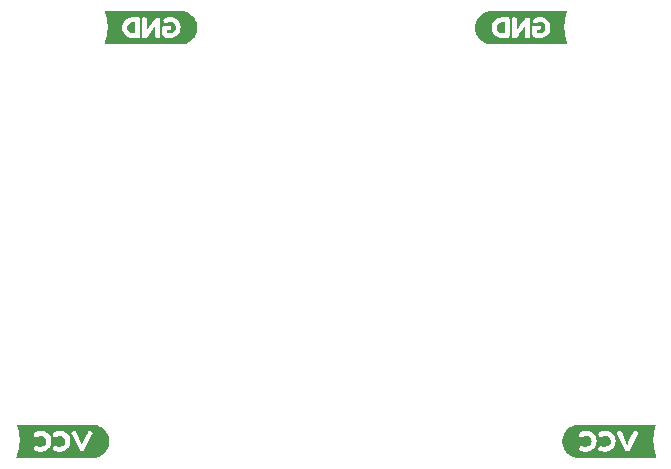
<source format=gbo>
G04 #@! TF.GenerationSoftware,KiCad,Pcbnew,(6.0.5-0)*
G04 #@! TF.CreationDate,2022-07-08T12:27:37+02:00*
G04 #@! TF.ProjectId,add-on-template,6164642d-6f6e-42d7-9465-6d706c617465,1.0*
G04 #@! TF.SameCoordinates,PX3938700PY2aea540*
G04 #@! TF.FileFunction,Legend,Bot*
G04 #@! TF.FilePolarity,Positive*
%FSLAX46Y46*%
G04 Gerber Fmt 4.6, Leading zero omitted, Abs format (unit mm)*
G04 Created by KiCad (PCBNEW (6.0.5-0)) date 2022-07-08 12:27:37*
%MOMM*%
%LPD*%
G01*
G04 APERTURE LIST*
%ADD10C,1.727200*%
%ADD11C,0.800000*%
%ADD12C,6.400000*%
G04 APERTURE END LIST*
G04 #@! TO.C,kibuzzard-62B8371F*
G36*
X49266442Y-5502438D02*
G01*
X49035461Y-5502438D01*
X48872345Y-5470588D01*
X48725899Y-5375041D01*
X48622314Y-5231273D01*
X48587786Y-5054763D01*
X48621421Y-4877657D01*
X48722327Y-4732103D01*
X48868476Y-4634770D01*
X49037842Y-4602325D01*
X49266442Y-4602325D01*
X49266442Y-5502438D01*
G37*
G36*
X48027633Y-6455940D02*
G01*
X47890494Y-6435597D01*
X47756009Y-6401910D01*
X47625473Y-6355204D01*
X47500144Y-6295928D01*
X47381229Y-6224653D01*
X47269872Y-6142065D01*
X47167147Y-6048960D01*
X47074042Y-5946234D01*
X46991454Y-5834878D01*
X46920179Y-5715962D01*
X46860903Y-5590633D01*
X46814196Y-5460097D01*
X46780509Y-5325612D01*
X46760167Y-5188473D01*
X46753364Y-5050000D01*
X46753773Y-5041666D01*
X48166305Y-5041666D01*
X48182304Y-5216762D01*
X48230301Y-5378910D01*
X48310296Y-5528110D01*
X48422289Y-5664363D01*
X48557053Y-5777918D01*
X48705360Y-5859030D01*
X48867211Y-5907696D01*
X49042605Y-5923919D01*
X49478374Y-5923919D01*
X49596245Y-5909036D01*
X49659349Y-5864388D01*
X49687031Y-5716750D01*
X49878424Y-5716750D01*
X49881995Y-5800094D01*
X49904617Y-5862006D01*
X49967720Y-5910227D01*
X50090355Y-5926300D01*
X50218942Y-5912013D01*
X50278474Y-5866769D01*
X50446881Y-5642402D01*
X50594915Y-5445552D01*
X50722577Y-5276219D01*
X50829865Y-5134402D01*
X50916781Y-5020102D01*
X50983324Y-4933319D01*
X50983324Y-5716750D01*
X50986895Y-5800094D01*
X51009517Y-5862006D01*
X51072620Y-5910227D01*
X51195255Y-5926300D01*
X51314317Y-5910227D01*
X51376230Y-5862006D01*
X51398852Y-5797713D01*
X51402424Y-5714369D01*
X51402424Y-5597688D01*
X51592924Y-5597688D01*
X51659599Y-5742944D01*
X51772113Y-5833580D01*
X51909630Y-5898320D01*
X52072150Y-5937164D01*
X52259674Y-5950113D01*
X52431272Y-5933369D01*
X52591263Y-5883140D01*
X52739644Y-5799424D01*
X52876417Y-5682222D01*
X52991015Y-5541356D01*
X53072870Y-5386649D01*
X53121984Y-5218101D01*
X53138355Y-5035712D01*
X53121686Y-4854217D01*
X53071680Y-4688348D01*
X52988336Y-4538106D01*
X52871655Y-4403491D01*
X52732352Y-4292539D01*
X52581142Y-4213288D01*
X52418027Y-4165738D01*
X52243005Y-4149887D01*
X52059119Y-4170525D01*
X51882113Y-4232437D01*
X51711986Y-4335625D01*
X51647692Y-4441591D01*
X51702461Y-4576131D01*
X51791163Y-4670786D01*
X51871530Y-4702337D01*
X52016786Y-4636853D01*
X52126324Y-4587740D01*
X52254911Y-4571369D01*
X52425766Y-4603218D01*
X52576380Y-4698766D01*
X52681750Y-4845808D01*
X52716874Y-5032141D01*
X52700999Y-5162580D01*
X52653374Y-5279261D01*
X52573999Y-5382184D01*
X52421599Y-5490234D01*
X52250149Y-5526250D01*
X52125728Y-5515534D01*
X52014405Y-5483388D01*
X52014405Y-5223831D01*
X52202524Y-5223831D01*
X52307299Y-5204781D01*
X52347780Y-5148822D01*
X52357305Y-5048809D01*
X52346589Y-4947606D01*
X52307299Y-4895219D01*
X52192999Y-4873787D01*
X51773899Y-4873787D01*
X51616736Y-4940462D01*
X51592924Y-5073813D01*
X51592924Y-5597688D01*
X51402424Y-5597688D01*
X51402424Y-4385631D01*
X51379802Y-4253472D01*
X51311936Y-4197512D01*
X51195255Y-4183225D01*
X51082145Y-4196322D01*
X51023805Y-4226087D01*
X50969036Y-4288000D01*
X50810815Y-4502908D01*
X50671115Y-4692019D01*
X50549936Y-4855333D01*
X50447278Y-4992850D01*
X50363140Y-5104570D01*
X50297524Y-5190494D01*
X50297524Y-4385631D01*
X50274902Y-4253472D01*
X50207036Y-4197512D01*
X50093927Y-4183225D01*
X49984389Y-4195131D01*
X49922477Y-4223706D01*
X49892711Y-4273712D01*
X49878424Y-4395156D01*
X49878424Y-5716750D01*
X49687031Y-5716750D01*
X49687924Y-5711988D01*
X49687924Y-4388012D01*
X49684352Y-4304669D01*
X49661730Y-4242756D01*
X49598627Y-4194536D01*
X49475992Y-4178462D01*
X49035461Y-4180844D01*
X48868029Y-4196396D01*
X48711016Y-4243054D01*
X48564420Y-4320817D01*
X48428242Y-4429684D01*
X48313645Y-4561248D01*
X48231789Y-4707100D01*
X48182676Y-4867239D01*
X48166305Y-5041666D01*
X46753773Y-5041666D01*
X46760167Y-4911527D01*
X46780509Y-4774388D01*
X46814196Y-4639903D01*
X46860903Y-4509367D01*
X46920179Y-4384038D01*
X46991454Y-4265122D01*
X47074042Y-4153766D01*
X47167147Y-4051040D01*
X47269872Y-3957935D01*
X47381229Y-3875347D01*
X47500144Y-3804072D01*
X47625473Y-3744796D01*
X47756009Y-3698090D01*
X47890494Y-3664403D01*
X48027633Y-3644060D01*
X48166106Y-3637257D01*
X54626636Y-3637257D01*
X54626636Y-6462743D01*
X48166106Y-6462743D01*
X48027633Y-6455940D01*
G37*
G04 #@! TO.C,kibuzzard-62B8370D*
G36*
X17961783Y-5502438D02*
G01*
X17730801Y-5502438D01*
X17567686Y-5470588D01*
X17421239Y-5375041D01*
X17317654Y-5231273D01*
X17283126Y-5054763D01*
X17316761Y-4877657D01*
X17417667Y-4732103D01*
X17563816Y-4634770D01*
X17733183Y-4602325D01*
X17961783Y-4602325D01*
X17961783Y-5502438D01*
G37*
G36*
X21972366Y-3644060D02*
G01*
X22109506Y-3664403D01*
X22243991Y-3698090D01*
X22374527Y-3744796D01*
X22499856Y-3804072D01*
X22618771Y-3875347D01*
X22730128Y-3957935D01*
X22832853Y-4051040D01*
X22925958Y-4153766D01*
X23008546Y-4265122D01*
X23079821Y-4384038D01*
X23139098Y-4509367D01*
X23185804Y-4639902D01*
X23219491Y-4774388D01*
X23239833Y-4911527D01*
X23246636Y-5050000D01*
X23239833Y-5188473D01*
X23219491Y-5325612D01*
X23185804Y-5460098D01*
X23139098Y-5590633D01*
X23079821Y-5715962D01*
X23008546Y-5834878D01*
X22925958Y-5946234D01*
X22832853Y-6048960D01*
X22730128Y-6142065D01*
X22618771Y-6224653D01*
X22499856Y-6295928D01*
X22374527Y-6355204D01*
X22243991Y-6401910D01*
X22109506Y-6435597D01*
X21972366Y-6455940D01*
X21833893Y-6462743D01*
X15373364Y-6462743D01*
X15373364Y-5041666D01*
X16861645Y-5041666D01*
X16877644Y-5216762D01*
X16925641Y-5378910D01*
X17005636Y-5528110D01*
X17117629Y-5664363D01*
X17252393Y-5777918D01*
X17400701Y-5859030D01*
X17562551Y-5907696D01*
X17737945Y-5923919D01*
X18173714Y-5923919D01*
X18291586Y-5909036D01*
X18354689Y-5864388D01*
X18382371Y-5716750D01*
X18573764Y-5716750D01*
X18577336Y-5800094D01*
X18599958Y-5862006D01*
X18663061Y-5910227D01*
X18785695Y-5926300D01*
X18914283Y-5912013D01*
X18973814Y-5866769D01*
X19142221Y-5642402D01*
X19290255Y-5445552D01*
X19417917Y-5276219D01*
X19525205Y-5134402D01*
X19612121Y-5020102D01*
X19678664Y-4933319D01*
X19678664Y-5716750D01*
X19682236Y-5800094D01*
X19704858Y-5862006D01*
X19767961Y-5910227D01*
X19890595Y-5926300D01*
X20009658Y-5910227D01*
X20071570Y-5862006D01*
X20094192Y-5797713D01*
X20097764Y-5714369D01*
X20097764Y-5597688D01*
X20288264Y-5597688D01*
X20354939Y-5742944D01*
X20467453Y-5833580D01*
X20604970Y-5898320D01*
X20767490Y-5937164D01*
X20955014Y-5950113D01*
X21126613Y-5933369D01*
X21286603Y-5883140D01*
X21434985Y-5799424D01*
X21571758Y-5682222D01*
X21686355Y-5541356D01*
X21768211Y-5386649D01*
X21817324Y-5218101D01*
X21833695Y-5035712D01*
X21817026Y-4854217D01*
X21767020Y-4688348D01*
X21683676Y-4538106D01*
X21566995Y-4403491D01*
X21427692Y-4292539D01*
X21276483Y-4213288D01*
X21113367Y-4165738D01*
X20938345Y-4149887D01*
X20754460Y-4170525D01*
X20577453Y-4232437D01*
X20407326Y-4335625D01*
X20343033Y-4441591D01*
X20397801Y-4576131D01*
X20486503Y-4670786D01*
X20566870Y-4702337D01*
X20712126Y-4636853D01*
X20821664Y-4587740D01*
X20950251Y-4571369D01*
X21121106Y-4603218D01*
X21271720Y-4698766D01*
X21377090Y-4845808D01*
X21412214Y-5032141D01*
X21396339Y-5162580D01*
X21348714Y-5279261D01*
X21269339Y-5382184D01*
X21116939Y-5490234D01*
X20945489Y-5526250D01*
X20821068Y-5515534D01*
X20709745Y-5483388D01*
X20709745Y-5223831D01*
X20897864Y-5223831D01*
X21002639Y-5204781D01*
X21043120Y-5148822D01*
X21052645Y-5048809D01*
X21041929Y-4947606D01*
X21002639Y-4895219D01*
X20888339Y-4873787D01*
X20469239Y-4873787D01*
X20312076Y-4940462D01*
X20288264Y-5073813D01*
X20288264Y-5597688D01*
X20097764Y-5597688D01*
X20097764Y-4385631D01*
X20075142Y-4253472D01*
X20007276Y-4197512D01*
X19890595Y-4183225D01*
X19777486Y-4196322D01*
X19719145Y-4226087D01*
X19664376Y-4288000D01*
X19506155Y-4502908D01*
X19366455Y-4692019D01*
X19245276Y-4855333D01*
X19142618Y-4992850D01*
X19058480Y-5104570D01*
X18992864Y-5190494D01*
X18992864Y-4385631D01*
X18970242Y-4253472D01*
X18902376Y-4197512D01*
X18789267Y-4183225D01*
X18679729Y-4195131D01*
X18617817Y-4223706D01*
X18588051Y-4273712D01*
X18573764Y-4395156D01*
X18573764Y-5716750D01*
X18382371Y-5716750D01*
X18383264Y-5711988D01*
X18383264Y-4388012D01*
X18379692Y-4304669D01*
X18357070Y-4242756D01*
X18293967Y-4194536D01*
X18171333Y-4178462D01*
X17730801Y-4180844D01*
X17563370Y-4196396D01*
X17406356Y-4243054D01*
X17259760Y-4320817D01*
X17123583Y-4429684D01*
X17008985Y-4561248D01*
X16927129Y-4707100D01*
X16878016Y-4867239D01*
X16861645Y-5041666D01*
X15373364Y-5041666D01*
X15373364Y-3637257D01*
X21833893Y-3637257D01*
X21972366Y-3644060D01*
G37*
G04 #@! TO.C,kibuzzard-62B83731*
G36*
X62038542Y-41475599D02*
G01*
X55547056Y-41475599D01*
X55409284Y-41468831D01*
X55272838Y-41448591D01*
X55139033Y-41415074D01*
X55009157Y-41368604D01*
X54884462Y-41309627D01*
X54766148Y-41238713D01*
X54655354Y-41156543D01*
X54553148Y-41063908D01*
X54460514Y-40961702D01*
X54378344Y-40850909D01*
X54307429Y-40732595D01*
X54248453Y-40607899D01*
X54201982Y-40478024D01*
X54168466Y-40344219D01*
X54148226Y-40207773D01*
X54141458Y-40070000D01*
X54148226Y-39932227D01*
X54168466Y-39795781D01*
X54201982Y-39661976D01*
X54248453Y-39532101D01*
X54277296Y-39471116D01*
X55547255Y-39471116D01*
X55597261Y-39603275D01*
X55685367Y-39699716D01*
X55763949Y-39731862D01*
X55885392Y-39679475D01*
X56002074Y-39618753D01*
X56152092Y-39598512D01*
X56305683Y-39625302D01*
X56456892Y-39705669D01*
X56575955Y-39853306D01*
X56611674Y-39954807D01*
X56623580Y-40068809D01*
X56611674Y-40182812D01*
X56575955Y-40284313D01*
X56454511Y-40434331D01*
X56306278Y-40512913D01*
X56152092Y-40539106D01*
X56012789Y-40520056D01*
X55918730Y-40481956D01*
X55875867Y-40451000D01*
X55761567Y-40403375D01*
X55684772Y-40436713D01*
X55602024Y-40536725D01*
X55549636Y-40670075D01*
X55581783Y-40753419D01*
X55656792Y-40812950D01*
X55738945Y-40862956D01*
X55899680Y-40924869D01*
X56019040Y-40953444D01*
X56134233Y-40962969D01*
X56247938Y-40955527D01*
X56362833Y-40933203D01*
X56480109Y-40893317D01*
X56600958Y-40833191D01*
X56717341Y-40755205D01*
X56821224Y-40661741D01*
X56910223Y-40546250D01*
X56981958Y-40402184D01*
X57029285Y-40236985D01*
X57045061Y-40058094D01*
X57029583Y-39880988D01*
X56983149Y-39721147D01*
X56912604Y-39583034D01*
X56824795Y-39471116D01*
X57164124Y-39471116D01*
X57214130Y-39603275D01*
X57302236Y-39699716D01*
X57380817Y-39731862D01*
X57502261Y-39679475D01*
X57618942Y-39618753D01*
X57768961Y-39598512D01*
X57922552Y-39625302D01*
X58073761Y-39705669D01*
X58192824Y-39853306D01*
X58228542Y-39954807D01*
X58240449Y-40068809D01*
X58228542Y-40182812D01*
X58192824Y-40284313D01*
X58071380Y-40434331D01*
X57923147Y-40512913D01*
X57768961Y-40539106D01*
X57629658Y-40520056D01*
X57535599Y-40481956D01*
X57492736Y-40451000D01*
X57378436Y-40403375D01*
X57301641Y-40436713D01*
X57218892Y-40536725D01*
X57166505Y-40670075D01*
X57198652Y-40753419D01*
X57273661Y-40812950D01*
X57355814Y-40862956D01*
X57516549Y-40924869D01*
X57635909Y-40953444D01*
X57751102Y-40962969D01*
X57864806Y-40955527D01*
X57979702Y-40933203D01*
X58096978Y-40893317D01*
X58217827Y-40833191D01*
X58334210Y-40755205D01*
X58438092Y-40661741D01*
X58527091Y-40546250D01*
X58598827Y-40402184D01*
X58646154Y-40236985D01*
X58661930Y-40058094D01*
X58646452Y-39880988D01*
X58600017Y-39721147D01*
X58529473Y-39583034D01*
X58441664Y-39471116D01*
X58338377Y-39380330D01*
X58325795Y-39372294D01*
X58757180Y-39372294D01*
X58792899Y-39486594D01*
X59450124Y-40820094D01*
X59529895Y-40904628D01*
X59640624Y-40936775D01*
X59664436Y-40936775D01*
X59777545Y-40904628D01*
X59857317Y-40820094D01*
X60514542Y-39486594D01*
X60550261Y-39372294D01*
X60515138Y-39292522D01*
X60409767Y-39219894D01*
X60289514Y-39179412D01*
X60226411Y-39188937D01*
X60185930Y-39222275D01*
X60146639Y-39285378D01*
X60114790Y-39352053D01*
X60054961Y-39483022D01*
X59978463Y-39651198D01*
X59896608Y-39829494D01*
X59814455Y-40007790D01*
X59737064Y-40175966D01*
X59678426Y-40303065D01*
X59652530Y-40358131D01*
X59176280Y-39315144D01*
X59142942Y-39243706D01*
X59038167Y-39179412D01*
X58897674Y-39219894D01*
X58792303Y-39292522D01*
X58757180Y-39372294D01*
X58325795Y-39372294D01*
X58221399Y-39305619D01*
X58065559Y-39234181D01*
X57909190Y-39191319D01*
X57752292Y-39177031D01*
X57639481Y-39185663D01*
X57524883Y-39211559D01*
X57349861Y-39281806D01*
X57292711Y-39315144D01*
X57226036Y-39358006D01*
X57164124Y-39471116D01*
X56824795Y-39471116D01*
X56721509Y-39380330D01*
X56604530Y-39305619D01*
X56448690Y-39234181D01*
X56292321Y-39191319D01*
X56135424Y-39177031D01*
X56022612Y-39185663D01*
X55908014Y-39211559D01*
X55732992Y-39281806D01*
X55675842Y-39315144D01*
X55609167Y-39358006D01*
X55547255Y-39471116D01*
X54277296Y-39471116D01*
X54307429Y-39407405D01*
X54378344Y-39289091D01*
X54460514Y-39178298D01*
X54553148Y-39076092D01*
X54655354Y-38983457D01*
X54766148Y-38901287D01*
X54884462Y-38830373D01*
X55009157Y-38771396D01*
X55139033Y-38724926D01*
X55272838Y-38691409D01*
X55409284Y-38671169D01*
X55547056Y-38664401D01*
X62038542Y-38664401D01*
X62038542Y-41475599D01*
G37*
G04 #@! TO.C,kibuzzard-62B83747*
G36*
X14520716Y-38671169D02*
G01*
X14657162Y-38691409D01*
X14790967Y-38724926D01*
X14920843Y-38771396D01*
X15045538Y-38830372D01*
X15163852Y-38901287D01*
X15274646Y-38983457D01*
X15376852Y-39076091D01*
X15469486Y-39178297D01*
X15551656Y-39289091D01*
X15622571Y-39407405D01*
X15681548Y-39532101D01*
X15728018Y-39661976D01*
X15761534Y-39795781D01*
X15781774Y-39932227D01*
X15788542Y-40070000D01*
X15781774Y-40207773D01*
X15761534Y-40344219D01*
X15728018Y-40478024D01*
X15681548Y-40607899D01*
X15622571Y-40732595D01*
X15551656Y-40850909D01*
X15469486Y-40961703D01*
X15376852Y-41063909D01*
X15274646Y-41156543D01*
X15163852Y-41238713D01*
X15045538Y-41309628D01*
X14920843Y-41368604D01*
X14790967Y-41415074D01*
X14657162Y-41448591D01*
X14520716Y-41468831D01*
X14382943Y-41475599D01*
X7891458Y-41475599D01*
X7891458Y-39471116D01*
X9379739Y-39471116D01*
X9429745Y-39603275D01*
X9517851Y-39699716D01*
X9596433Y-39731862D01*
X9717876Y-39679475D01*
X9834558Y-39618753D01*
X9984576Y-39598512D01*
X10138167Y-39625302D01*
X10289376Y-39705669D01*
X10408439Y-39853306D01*
X10444158Y-39954807D01*
X10456064Y-40068809D01*
X10444158Y-40182812D01*
X10408439Y-40284313D01*
X10286995Y-40434331D01*
X10138762Y-40512913D01*
X9984576Y-40539106D01*
X9845273Y-40520056D01*
X9751214Y-40481956D01*
X9708351Y-40451000D01*
X9594051Y-40403375D01*
X9517256Y-40436713D01*
X9434508Y-40536725D01*
X9382120Y-40670075D01*
X9414267Y-40753419D01*
X9489276Y-40812950D01*
X9571429Y-40862956D01*
X9732164Y-40924869D01*
X9851524Y-40953444D01*
X9966717Y-40962969D01*
X10080422Y-40955527D01*
X10195317Y-40933203D01*
X10312593Y-40893317D01*
X10433442Y-40833191D01*
X10549826Y-40755205D01*
X10653708Y-40661741D01*
X10742707Y-40546250D01*
X10814442Y-40402184D01*
X10861769Y-40236985D01*
X10877545Y-40058094D01*
X10862067Y-39880988D01*
X10815633Y-39721147D01*
X10745088Y-39583034D01*
X10657279Y-39471116D01*
X10996608Y-39471116D01*
X11046614Y-39603275D01*
X11134720Y-39699716D01*
X11213301Y-39731862D01*
X11334745Y-39679475D01*
X11451426Y-39618753D01*
X11601445Y-39598512D01*
X11755036Y-39625302D01*
X11906245Y-39705669D01*
X12025308Y-39853306D01*
X12061026Y-39954807D01*
X12072933Y-40068809D01*
X12061026Y-40182812D01*
X12025308Y-40284313D01*
X11903864Y-40434331D01*
X11755631Y-40512913D01*
X11601445Y-40539106D01*
X11462142Y-40520056D01*
X11368083Y-40481956D01*
X11325220Y-40451000D01*
X11210920Y-40403375D01*
X11134125Y-40436713D01*
X11051376Y-40536725D01*
X10998989Y-40670075D01*
X11031136Y-40753419D01*
X11106145Y-40812950D01*
X11188298Y-40862956D01*
X11349033Y-40924869D01*
X11468393Y-40953444D01*
X11583586Y-40962969D01*
X11697290Y-40955527D01*
X11812186Y-40933203D01*
X11929462Y-40893317D01*
X12050311Y-40833191D01*
X12166694Y-40755205D01*
X12270576Y-40661741D01*
X12359576Y-40546250D01*
X12431311Y-40402184D01*
X12478638Y-40236985D01*
X12494414Y-40058094D01*
X12478936Y-39880988D01*
X12432501Y-39721147D01*
X12361957Y-39583034D01*
X12274148Y-39471116D01*
X12170861Y-39380330D01*
X12158279Y-39372294D01*
X12589664Y-39372294D01*
X12625383Y-39486594D01*
X13282608Y-40820094D01*
X13362379Y-40904628D01*
X13473108Y-40936775D01*
X13496920Y-40936775D01*
X13610029Y-40904628D01*
X13689801Y-40820094D01*
X14347026Y-39486594D01*
X14382745Y-39372294D01*
X14347622Y-39292522D01*
X14242251Y-39219894D01*
X14121998Y-39179412D01*
X14058895Y-39188937D01*
X14018414Y-39222275D01*
X13979123Y-39285378D01*
X13947274Y-39352053D01*
X13887445Y-39483022D01*
X13810947Y-39651198D01*
X13729092Y-39829494D01*
X13646939Y-40007790D01*
X13569548Y-40175966D01*
X13510910Y-40303065D01*
X13485014Y-40358131D01*
X13008764Y-39315144D01*
X12975426Y-39243706D01*
X12870651Y-39179412D01*
X12730158Y-39219894D01*
X12624787Y-39292522D01*
X12589664Y-39372294D01*
X12158279Y-39372294D01*
X12053883Y-39305619D01*
X11898043Y-39234181D01*
X11741674Y-39191319D01*
X11584776Y-39177031D01*
X11471965Y-39185663D01*
X11357367Y-39211559D01*
X11182345Y-39281806D01*
X11125195Y-39315144D01*
X11058520Y-39358006D01*
X10996608Y-39471116D01*
X10657279Y-39471116D01*
X10553993Y-39380330D01*
X10437014Y-39305619D01*
X10281174Y-39234181D01*
X10124805Y-39191319D01*
X9967908Y-39177031D01*
X9855096Y-39185663D01*
X9740498Y-39211559D01*
X9565476Y-39281806D01*
X9508326Y-39315144D01*
X9441651Y-39358006D01*
X9379739Y-39471116D01*
X7891458Y-39471116D01*
X7891458Y-38664401D01*
X14382943Y-38664401D01*
X14520716Y-38671169D01*
G37*
G04 #@! TD*
%LPC*%
D10*
G04 #@! TO.C,REF\u002A\u002A*
X8330000Y-31390000D03*
G04 #@! TD*
G04 #@! TO.C,REF\u002A\u002A*
X21030000Y-18690000D03*
G04 #@! TD*
G04 #@! TO.C,REF\u002A\u002A*
X48970000Y-33930000D03*
G04 #@! TD*
G04 #@! TO.C,REF\u002A\u002A*
X10870000Y-28850000D03*
G04 #@! TD*
G04 #@! TO.C,REF\u002A\u002A*
X59130000Y-21230000D03*
G04 #@! TD*
G04 #@! TO.C,REF\u002A\u002A*
X26110000Y-31390000D03*
G04 #@! TD*
G04 #@! TO.C,REF\u002A\u002A*
X38810000Y-21230000D03*
G04 #@! TD*
G04 #@! TO.C,REF\u002A\u002A*
X36270000Y-33930000D03*
G04 #@! TD*
G04 #@! TO.C,REF\u002A\u002A*
X56590000Y-21230000D03*
G04 #@! TD*
G04 #@! TO.C,REF\u002A\u002A*
X41350000Y-21230000D03*
G04 #@! TD*
G04 #@! TO.C,REF\u002A\u002A*
X48970000Y-26310000D03*
G04 #@! TD*
G04 #@! TO.C,REF\u002A\u002A*
X38810000Y-13610000D03*
G04 #@! TD*
G04 #@! TO.C,REF\u002A\u002A*
X28650000Y-36470000D03*
G04 #@! TD*
G04 #@! TO.C,REF\u002A\u002A*
X54050000Y-13610000D03*
G04 #@! TD*
G04 #@! TO.C,REF\u002A\u002A*
X61670000Y-28850000D03*
G04 #@! TD*
G04 #@! TO.C,REF\u002A\u002A*
X28650000Y-28850000D03*
G04 #@! TD*
G04 #@! TO.C,REF\u002A\u002A*
X31190000Y-16150000D03*
G04 #@! TD*
G04 #@! TO.C,REF\u002A\u002A*
X23570000Y-8530000D03*
G04 #@! TD*
G04 #@! TO.C,REF\u002A\u002A*
X36270000Y-16150000D03*
G04 #@! TD*
G04 #@! TO.C,REF\u002A\u002A*
X23570000Y-36470000D03*
G04 #@! TD*
G04 #@! TO.C,REF\u002A\u002A*
X13410000Y-11070000D03*
G04 #@! TD*
G04 #@! TO.C,REF\u002A\u002A*
X28650000Y-23770000D03*
G04 #@! TD*
G04 #@! TO.C,REF\u002A\u002A*
X18490000Y-16150000D03*
G04 #@! TD*
G04 #@! TO.C,REF\u002A\u002A*
X41350000Y-28850000D03*
G04 #@! TD*
G04 #@! TO.C,REF\u002A\u002A*
X38810000Y-33930000D03*
G04 #@! TD*
G04 #@! TO.C,REF\u002A\u002A*
X31190000Y-23770000D03*
G04 #@! TD*
G04 #@! TO.C,REF\u002A\u002A*
X31190000Y-28850000D03*
G04 #@! TD*
G04 #@! TO.C,REF\u002A\u002A*
X38810000Y-8530000D03*
G04 #@! TD*
G04 #@! TO.C,REF\u002A\u002A*
X46430000Y-31390000D03*
G04 #@! TD*
G04 #@! TO.C,REF\u002A\u002A*
X48970000Y-36470000D03*
G04 #@! TD*
G04 #@! TO.C,REF\u002A\u002A*
X51510000Y-11070000D03*
G04 #@! TD*
G04 #@! TO.C,REF\u002A\u002A*
X31190000Y-8530000D03*
G04 #@! TD*
D11*
G04 #@! TO.C,REF\u002A\u002A*
X65000000Y-42400000D03*
X62600000Y-40000000D03*
X63302944Y-41697056D03*
D12*
X65000000Y-40000000D03*
D11*
X65000000Y-37600000D03*
X67400000Y-40000000D03*
X66697056Y-41697056D03*
X66697056Y-38302944D03*
X63302944Y-38302944D03*
G04 #@! TD*
D10*
G04 #@! TO.C,REF\u002A\u002A*
X33730000Y-21230000D03*
G04 #@! TD*
G04 #@! TO.C,REF\u002A\u002A*
X33730000Y-13610000D03*
G04 #@! TD*
G04 #@! TO.C,REF\u002A\u002A*
X64210000Y-31390000D03*
G04 #@! TD*
G04 #@! TO.C,REF\u002A\u002A*
X61670000Y-23770000D03*
G04 #@! TD*
G04 #@! TO.C,REF\u002A\u002A*
X56590000Y-18690000D03*
G04 #@! TD*
G04 #@! TO.C,REF\u002A\u002A*
X18490000Y-31390000D03*
G04 #@! TD*
G04 #@! TO.C,REF\u002A\u002A*
X18490000Y-23770000D03*
G04 #@! TD*
G04 #@! TO.C,J2*
G36*
G01*
X31615000Y-37320000D02*
X30765000Y-37320000D01*
G75*
G02*
X30340000Y-36895000I0J425000D01*
G01*
X30340000Y-36045000D01*
G75*
G02*
X30765000Y-35620000I425000J0D01*
G01*
X31615000Y-35620000D01*
G75*
G02*
X32040000Y-36045000I0J-425000D01*
G01*
X32040000Y-36895000D01*
G75*
G02*
X31615000Y-37320000I-425000J0D01*
G01*
G37*
G36*
G01*
X34155000Y-37320000D02*
X33305000Y-37320000D01*
G75*
G02*
X32880000Y-36895000I0J425000D01*
G01*
X32880000Y-36045000D01*
G75*
G02*
X33305000Y-35620000I425000J0D01*
G01*
X34155000Y-35620000D01*
G75*
G02*
X34580000Y-36045000I0J-425000D01*
G01*
X34580000Y-36895000D01*
G75*
G02*
X34155000Y-37320000I-425000J0D01*
G01*
G37*
G36*
G01*
X36695000Y-37320000D02*
X35845000Y-37320000D01*
G75*
G02*
X35420000Y-36895000I0J425000D01*
G01*
X35420000Y-36045000D01*
G75*
G02*
X35845000Y-35620000I425000J0D01*
G01*
X36695000Y-35620000D01*
G75*
G02*
X37120000Y-36045000I0J-425000D01*
G01*
X37120000Y-36895000D01*
G75*
G02*
X36695000Y-37320000I-425000J0D01*
G01*
G37*
G36*
G01*
X39235000Y-37320000D02*
X38385000Y-37320000D01*
G75*
G02*
X37960000Y-36895000I0J425000D01*
G01*
X37960000Y-36045000D01*
G75*
G02*
X38385000Y-35620000I425000J0D01*
G01*
X39235000Y-35620000D01*
G75*
G02*
X39660000Y-36045000I0J-425000D01*
G01*
X39660000Y-36895000D01*
G75*
G02*
X39235000Y-37320000I-425000J0D01*
G01*
G37*
G04 #@! TD*
G04 #@! TO.C,REF\u002A\u002A*
X8330000Y-33930000D03*
G04 #@! TD*
G04 #@! TO.C,REF\u002A\u002A*
X38810000Y-11070000D03*
G04 #@! TD*
G04 #@! TO.C,REF\u002A\u002A*
X23570000Y-26310000D03*
G04 #@! TD*
G04 #@! TO.C,REF\u002A\u002A*
X8330000Y-21230000D03*
G04 #@! TD*
G04 #@! TO.C,REF\u002A\u002A*
X26110000Y-8530000D03*
G04 #@! TD*
G04 #@! TO.C,REF\u002A\u002A*
X64210000Y-26310000D03*
G04 #@! TD*
G04 #@! TO.C,REF\u002A\u002A*
X43890000Y-23770000D03*
G04 #@! TD*
G04 #@! TO.C,REF\u002A\u002A*
X38810000Y-28850000D03*
G04 #@! TD*
G04 #@! TO.C,REF\u002A\u002A*
X36270000Y-13610000D03*
G04 #@! TD*
G04 #@! TO.C,REF\u002A\u002A*
X28650000Y-33930000D03*
G04 #@! TD*
G04 #@! TO.C,REF\u002A\u002A*
X31190000Y-31390000D03*
G04 #@! TD*
G04 #@! TO.C,REF\u002A\u002A*
X51510000Y-13610000D03*
G04 #@! TD*
G04 #@! TO.C,REF\u002A\u002A*
X38810000Y-18690000D03*
G04 #@! TD*
G04 #@! TO.C,REF\u002A\u002A*
X21030000Y-26310000D03*
G04 #@! TD*
G04 #@! TO.C,REF\u002A\u002A*
X10870000Y-16150000D03*
G04 #@! TD*
G04 #@! TO.C,REF\u002A\u002A*
X23570000Y-31390000D03*
G04 #@! TD*
G04 #@! TO.C,REF\u002A\u002A*
X48970000Y-13610000D03*
G04 #@! TD*
G04 #@! TO.C,REF\u002A\u002A*
X15950000Y-11070000D03*
G04 #@! TD*
G04 #@! TO.C,REF\u002A\u002A*
X56590000Y-23770000D03*
G04 #@! TD*
G04 #@! TO.C,REF\u002A\u002A*
X43890000Y-18690000D03*
G04 #@! TD*
G04 #@! TO.C,REF\u002A\u002A*
X18490000Y-13610000D03*
G04 #@! TD*
G04 #@! TO.C,REF\u002A\u002A*
X28650000Y-26310000D03*
G04 #@! TD*
G04 #@! TO.C,REF\u002A\u002A*
X61670000Y-26310000D03*
G04 #@! TD*
G04 #@! TO.C,REF\u002A\u002A*
X41350000Y-31390000D03*
G04 #@! TD*
G04 #@! TO.C,REF\u002A\u002A*
X61670000Y-18690000D03*
G04 #@! TD*
G04 #@! TO.C,REF\u002A\u002A*
X33730000Y-31390000D03*
G04 #@! TD*
G04 #@! TO.C,REF\u002A\u002A*
X56590000Y-13610000D03*
G04 #@! TD*
G04 #@! TO.C,REF\u002A\u002A*
X54050000Y-23770000D03*
G04 #@! TD*
G04 #@! TO.C,REF\u002A\u002A*
X33730000Y-11070000D03*
G04 #@! TD*
G04 #@! TO.C,REF\u002A\u002A*
X5790000Y-31390000D03*
G04 #@! TD*
G04 #@! TO.C,REF\u002A\u002A*
X8330000Y-16150000D03*
G04 #@! TD*
G04 #@! TO.C,REF\u002A\u002A*
X41350000Y-11070000D03*
G04 #@! TD*
G04 #@! TO.C,REF\u002A\u002A*
X13410000Y-18690000D03*
G04 #@! TD*
G04 #@! TO.C,REF\u002A\u002A*
X61670000Y-16150000D03*
G04 #@! TD*
G04 #@! TO.C,REF\u002A\u002A*
X31190000Y-33930000D03*
G04 #@! TD*
G04 #@! TO.C,REF\u002A\u002A*
X13410000Y-31390000D03*
G04 #@! TD*
G04 #@! TO.C,REF\u002A\u002A*
X51510000Y-21230000D03*
G04 #@! TD*
G04 #@! TO.C,REF\u002A\u002A*
X51510000Y-31390000D03*
G04 #@! TD*
G04 #@! TO.C,REF\u002A\u002A*
X21030000Y-21230000D03*
G04 #@! TD*
G04 #@! TO.C,REF\u002A\u002A*
X51510000Y-8530000D03*
G04 #@! TD*
G04 #@! TO.C,REF\u002A\u002A*
X51510000Y-16150000D03*
G04 #@! TD*
G04 #@! TO.C,REF\u002A\u002A*
X15950000Y-31390000D03*
G04 #@! TD*
G04 #@! TO.C,REF\u002A\u002A*
X18490000Y-18690000D03*
G04 #@! TD*
G04 #@! TO.C,REF\u002A\u002A*
X28650000Y-16150000D03*
G04 #@! TD*
G04 #@! TO.C,REF\u002A\u002A*
X23570000Y-16150000D03*
G04 #@! TD*
G04 #@! TO.C,REF\u002A\u002A*
X51510000Y-36470000D03*
G04 #@! TD*
G04 #@! TO.C,REF\u002A\u002A*
X10870000Y-11070000D03*
G04 #@! TD*
G04 #@! TO.C,REF\u002A\u002A*
X46430000Y-16150000D03*
G04 #@! TD*
G04 #@! TO.C,REF\u002A\u002A*
X38810000Y-16150000D03*
G04 #@! TD*
G04 #@! TO.C,REF\u002A\u002A*
X48970000Y-18690000D03*
G04 #@! TD*
G04 #@! TO.C,REF\u002A\u002A*
X43890000Y-26310000D03*
G04 #@! TD*
G04 #@! TO.C,REF\u002A\u002A*
X33730000Y-18690000D03*
G04 #@! TD*
G04 #@! TO.C,REF\u002A\u002A*
X46430000Y-8530000D03*
G04 #@! TD*
G04 #@! TO.C,REF\u002A\u002A*
X15950000Y-18690000D03*
G04 #@! TD*
D11*
G04 #@! TO.C,REF\u002A\u002A*
X59197056Y-3302944D03*
X59900000Y-5000000D03*
X55802944Y-3302944D03*
X57500000Y-7400000D03*
X57500000Y-2600000D03*
D12*
X57500000Y-5000000D03*
D11*
X55100000Y-5000000D03*
X59197056Y-6697056D03*
X55802944Y-6697056D03*
G04 #@! TD*
D10*
G04 #@! TO.C,REF\u002A\u002A*
X56590000Y-36470000D03*
G04 #@! TD*
G04 #@! TO.C,REF\u002A\u002A*
X33730000Y-8530000D03*
G04 #@! TD*
G04 #@! TO.C,REF\u002A\u002A*
X5790000Y-33930000D03*
G04 #@! TD*
G04 #@! TO.C,REF\u002A\u002A*
X36270000Y-31390000D03*
G04 #@! TD*
G04 #@! TO.C,REF\u002A\u002A*
X28650000Y-8530000D03*
G04 #@! TD*
G04 #@! TO.C,REF\u002A\u002A*
X48970000Y-28850000D03*
G04 #@! TD*
G04 #@! TO.C,REF\u002A\u002A*
X43890000Y-8530000D03*
G04 #@! TD*
G04 #@! TO.C,REF\u002A\u002A*
X54050000Y-21230000D03*
G04 #@! TD*
G04 #@! TO.C,REF\u002A\u002A*
X43890000Y-21230000D03*
G04 #@! TD*
G04 #@! TO.C,REF\u002A\u002A*
X48970000Y-8530000D03*
G04 #@! TD*
G04 #@! TO.C,REF\u002A\u002A*
X41350000Y-13610000D03*
G04 #@! TD*
G04 #@! TO.C,REF\u002A\u002A*
X43890000Y-31390000D03*
G04 #@! TD*
G04 #@! TO.C,REF\u002A\u002A*
X64210000Y-33930000D03*
G04 #@! TD*
G04 #@! TO.C,REF\u002A\u002A*
X54050000Y-18690000D03*
G04 #@! TD*
G04 #@! TO.C,REF\u002A\u002A*
X21030000Y-23770000D03*
G04 #@! TD*
G04 #@! TO.C,REF\u002A\u002A*
X21030000Y-31390000D03*
G04 #@! TD*
G04 #@! TO.C,REF\u002A\u002A*
X41350000Y-23770000D03*
G04 #@! TD*
G04 #@! TO.C,REF\u002A\u002A*
X33730000Y-28850000D03*
G04 #@! TD*
G04 #@! TO.C,REF\u002A\u002A*
X54050000Y-11070000D03*
G04 #@! TD*
G04 #@! TO.C,REF\u002A\u002A*
X28650000Y-18690000D03*
G04 #@! TD*
G04 #@! TO.C,REF\u002A\u002A*
X15950000Y-36470000D03*
G04 #@! TD*
G04 #@! TO.C,REF\u002A\u002A*
X10870000Y-33930000D03*
G04 #@! TD*
G04 #@! TO.C,REF\u002A\u002A*
X46430000Y-26310000D03*
G04 #@! TD*
G04 #@! TO.C,REF\u002A\u002A*
X61670000Y-33930000D03*
G04 #@! TD*
G04 #@! TO.C,REF\u002A\u002A*
X51510000Y-33930000D03*
G04 #@! TD*
G04 #@! TO.C,REF\u002A\u002A*
X8330000Y-26310000D03*
G04 #@! TD*
G04 #@! TO.C,REF\u002A\u002A*
X26110000Y-26310000D03*
G04 #@! TD*
G04 #@! TO.C,REF\u002A\u002A*
X8330000Y-23770000D03*
G04 #@! TD*
G04 #@! TO.C,REF\u002A\u002A*
X48970000Y-31390000D03*
G04 #@! TD*
G04 #@! TO.C,REF\u002A\u002A*
X41350000Y-8530000D03*
G04 #@! TD*
G04 #@! TO.C,REF\u002A\u002A*
X41350000Y-18690000D03*
G04 #@! TD*
G04 #@! TO.C,REF\u002A\u002A*
X26110000Y-33930000D03*
G04 #@! TD*
G04 #@! TO.C,REF\u002A\u002A*
X15950000Y-21230000D03*
G04 #@! TD*
G04 #@! TO.C,REF\u002A\u002A*
X48970000Y-16150000D03*
G04 #@! TD*
G04 #@! TO.C,REF\u002A\u002A*
X59130000Y-28850000D03*
G04 #@! TD*
G04 #@! TO.C,REF\u002A\u002A*
X13410000Y-28850000D03*
G04 #@! TD*
G04 #@! TO.C,REF\u002A\u002A*
X31190000Y-18690000D03*
G04 #@! TD*
G04 #@! TO.C,REF\u002A\u002A*
X48970000Y-23770000D03*
G04 #@! TD*
G04 #@! TO.C,REF\u002A\u002A*
X41350000Y-16150000D03*
G04 #@! TD*
G04 #@! TO.C,REF\u002A\u002A*
X46430000Y-28850000D03*
G04 #@! TD*
G04 #@! TO.C,REF\u002A\u002A*
X10870000Y-31390000D03*
G04 #@! TD*
G04 #@! TO.C,REF\u002A\u002A*
X46430000Y-33930000D03*
G04 #@! TD*
G04 #@! TO.C,REF\u002A\u002A*
X26110000Y-36470000D03*
G04 #@! TD*
G04 #@! TO.C,REF\u002A\u002A*
X18490000Y-26310000D03*
G04 #@! TD*
G04 #@! TO.C,REF\u002A\u002A*
X41350000Y-33930000D03*
G04 #@! TD*
G04 #@! TO.C,REF\u002A\u002A*
X54050000Y-33930000D03*
G04 #@! TD*
G04 #@! TO.C,REF\u002A\u002A*
X15950000Y-23770000D03*
G04 #@! TD*
G04 #@! TO.C,REF\u002A\u002A*
X46430000Y-18690000D03*
G04 #@! TD*
G04 #@! TO.C,REF\u002A\u002A*
X38810000Y-23770000D03*
G04 #@! TD*
G04 #@! TO.C,REF\u002A\u002A*
X26110000Y-21230000D03*
G04 #@! TD*
G04 #@! TO.C,REF\u002A\u002A*
X36270000Y-18690000D03*
G04 #@! TD*
D11*
G04 #@! TO.C,REF\u002A\u002A*
X5000000Y-42400000D03*
X3302944Y-41697056D03*
X7400000Y-40000000D03*
X6697056Y-41697056D03*
X3302944Y-38302944D03*
D12*
X5000000Y-40000000D03*
D11*
X2600000Y-40000000D03*
X6697056Y-38302944D03*
X5000000Y-37600000D03*
G04 #@! TD*
G04 #@! TO.C,REF\u002A\u002A*
X12500000Y-7400000D03*
X14197056Y-3302944D03*
X10100000Y-5000000D03*
X10802944Y-3302944D03*
X14900000Y-5000000D03*
D12*
X12500000Y-5000000D03*
D11*
X14197056Y-6697056D03*
X10802944Y-6697056D03*
X12500000Y-2600000D03*
G04 #@! TD*
D10*
G04 #@! TO.C,REF\u002A\u002A*
X59130000Y-33930000D03*
G04 #@! TD*
G04 #@! TO.C,REF\u002A\u002A*
X21030000Y-28850000D03*
G04 #@! TD*
G04 #@! TO.C,REF\u002A\u002A*
X36270000Y-21230000D03*
G04 #@! TD*
G04 #@! TO.C,REF\u002A\u002A*
X13410000Y-26310000D03*
G04 #@! TD*
G04 #@! TO.C,REF\u002A\u002A*
X61670000Y-21230000D03*
G04 #@! TD*
G04 #@! TO.C,REF\u002A\u002A*
X18490000Y-8530000D03*
G04 #@! TD*
G04 #@! TO.C,REF\u002A\u002A*
X33730000Y-23770000D03*
G04 #@! TD*
G04 #@! TO.C,REF\u002A\u002A*
X59130000Y-23770000D03*
G04 #@! TD*
G04 #@! TO.C,REF\u002A\u002A*
X43890000Y-28850000D03*
G04 #@! TD*
G04 #@! TO.C,REF\u002A\u002A*
X33730000Y-26310000D03*
G04 #@! TD*
G04 #@! TO.C,REF\u002A\u002A*
X13410000Y-23770000D03*
G04 #@! TD*
G04 #@! TO.C,REF\u002A\u002A*
X46430000Y-23770000D03*
G04 #@! TD*
G04 #@! TO.C,REF\u002A\u002A*
X15950000Y-33930000D03*
G04 #@! TD*
G04 #@! TO.C,REF\u002A\u002A*
X21030000Y-13610000D03*
G04 #@! TD*
G04 #@! TO.C,REF\u002A\u002A*
X21030000Y-8530000D03*
G04 #@! TD*
G04 #@! TO.C,REF\u002A\u002A*
X18490000Y-11070000D03*
G04 #@! TD*
G04 #@! TO.C,REF\u002A\u002A*
X54050000Y-28850000D03*
G04 #@! TD*
G04 #@! TO.C,REF\u002A\u002A*
X21030000Y-16150000D03*
G04 #@! TD*
G04 #@! TO.C,REF\u002A\u002A*
X21030000Y-33930000D03*
G04 #@! TD*
G04 #@! TO.C,REF\u002A\u002A*
X8330000Y-13610000D03*
G04 #@! TD*
G04 #@! TO.C,REF\u002A\u002A*
X21030000Y-11070000D03*
G04 #@! TD*
G04 #@! TO.C,REF\u002A\u002A*
X43890000Y-36470000D03*
G04 #@! TD*
G04 #@! TO.C,REF\u002A\u002A*
X21030000Y-36470000D03*
G04 #@! TD*
G04 #@! TO.C,REF\u002A\u002A*
X26110000Y-11070000D03*
G04 #@! TD*
G04 #@! TO.C,REF\u002A\u002A*
X43890000Y-16150000D03*
G04 #@! TD*
G04 #@! TO.C,REF\u002A\u002A*
X28650000Y-13610000D03*
G04 #@! TD*
G04 #@! TO.C,REF\u002A\u002A*
X33730000Y-16150000D03*
G04 #@! TD*
G04 #@! TO.C,REF\u002A\u002A*
X36270000Y-8530000D03*
G04 #@! TD*
G04 #@! TO.C,REF\u002A\u002A*
X54050000Y-16150000D03*
G04 #@! TD*
G04 #@! TO.C,REF\u002A\u002A*
X59130000Y-36470000D03*
G04 #@! TD*
G04 #@! TO.C,REF\u002A\u002A*
X46430000Y-21230000D03*
G04 #@! TD*
G04 #@! TO.C,REF\u002A\u002A*
X10870000Y-23770000D03*
G04 #@! TD*
G04 #@! TO.C,REF\u002A\u002A*
X56590000Y-33930000D03*
G04 #@! TD*
G04 #@! TO.C,REF\u002A\u002A*
X26110000Y-28850000D03*
G04 #@! TD*
G04 #@! TO.C,REF\u002A\u002A*
X5790000Y-26310000D03*
G04 #@! TD*
G04 #@! TO.C,REF\u002A\u002A*
X41350000Y-26310000D03*
G04 #@! TD*
G04 #@! TO.C,REF\u002A\u002A*
X10870000Y-26310000D03*
G04 #@! TD*
G04 #@! TO.C,REF\u002A\u002A*
X43890000Y-13610000D03*
G04 #@! TD*
G04 #@! TO.C,REF\u002A\u002A*
X5790000Y-28850000D03*
G04 #@! TD*
G04 #@! TO.C,REF\u002A\u002A*
X54050000Y-31390000D03*
G04 #@! TD*
G04 #@! TO.C,REF\u002A\u002A*
X56590000Y-26310000D03*
G04 #@! TD*
G04 #@! TO.C,REF\u002A\u002A*
X13410000Y-21230000D03*
G04 #@! TD*
G04 #@! TO.C,REF\u002A\u002A*
X46430000Y-13610000D03*
G04 #@! TD*
G04 #@! TO.C,REF\u002A\u002A*
X36270000Y-11070000D03*
G04 #@! TD*
G04 #@! TO.C,REF\u002A\u002A*
X23570000Y-11070000D03*
G04 #@! TD*
G04 #@! TO.C,REF\u002A\u002A*
X13410000Y-13610000D03*
G04 #@! TD*
G04 #@! TO.C,REF\u002A\u002A*
X10870000Y-18690000D03*
G04 #@! TD*
G04 #@! TO.C,REF\u002A\u002A*
X54050000Y-36470000D03*
G04 #@! TD*
G04 #@! TO.C,REF\u002A\u002A*
X15950000Y-13610000D03*
G04 #@! TD*
G04 #@! TO.C,REF\u002A\u002A*
X43890000Y-33930000D03*
G04 #@! TD*
G04 #@! TO.C,REF\u002A\u002A*
X51510000Y-28850000D03*
G04 #@! TD*
G04 #@! TO.C,REF\u002A\u002A*
X26110000Y-16150000D03*
G04 #@! TD*
G04 #@! TO.C,REF\u002A\u002A*
X10870000Y-36470000D03*
G04 #@! TD*
G04 #@! TO.C,REF\u002A\u002A*
X18490000Y-28850000D03*
G04 #@! TD*
G04 #@! TO.C,REF\u002A\u002A*
X59130000Y-18690000D03*
G04 #@! TD*
G04 #@! TO.C,REF\u002A\u002A*
X26110000Y-13610000D03*
G04 #@! TD*
G04 #@! TO.C,REF\u002A\u002A*
X23570000Y-28850000D03*
G04 #@! TD*
G04 #@! TO.C,REF\u002A\u002A*
X26110000Y-23770000D03*
G04 #@! TD*
G04 #@! TO.C,REF\u002A\u002A*
X48970000Y-11070000D03*
G04 #@! TD*
G04 #@! TO.C,REF\u002A\u002A*
X56590000Y-28850000D03*
G04 #@! TD*
G04 #@! TO.C,REF\u002A\u002A*
X18490000Y-21230000D03*
G04 #@! TD*
G04 #@! TO.C,REF\u002A\u002A*
X15950000Y-16150000D03*
G04 #@! TD*
G04 #@! TO.C,REF\u002A\u002A*
X23570000Y-23770000D03*
G04 #@! TD*
G04 #@! TO.C,REF\u002A\u002A*
X51510000Y-18690000D03*
G04 #@! TD*
G04 #@! TO.C,REF\u002A\u002A*
X10870000Y-13610000D03*
G04 #@! TD*
G04 #@! TO.C,REF\u002A\u002A*
X23570000Y-18690000D03*
G04 #@! TD*
G04 #@! TO.C,REF\u002A\u002A*
X28650000Y-11070000D03*
G04 #@! TD*
G04 #@! TO.C,REF\u002A\u002A*
X59130000Y-26310000D03*
G04 #@! TD*
G04 #@! TO.C,REF\u002A\u002A*
X13410000Y-16150000D03*
G04 #@! TD*
G04 #@! TO.C,REF\u002A\u002A*
X59130000Y-16150000D03*
G04 #@! TD*
G04 #@! TO.C,REF\u002A\u002A*
X15950000Y-26310000D03*
G04 #@! TD*
G04 #@! TO.C,REF\u002A\u002A*
X51510000Y-23770000D03*
G04 #@! TD*
G04 #@! TO.C,REF\u002A\u002A*
X46430000Y-36470000D03*
G04 #@! TD*
G04 #@! TO.C,REF\u002A\u002A*
X59130000Y-31390000D03*
G04 #@! TD*
G04 #@! TO.C,REF\u002A\u002A*
X61670000Y-31390000D03*
G04 #@! TD*
G04 #@! TO.C,REF\u002A\u002A*
X26110000Y-18690000D03*
G04 #@! TD*
G04 #@! TO.C,REF\u002A\u002A*
X10870000Y-21230000D03*
G04 #@! TD*
G04 #@! TO.C,REF\u002A\u002A*
X59130000Y-13610000D03*
G04 #@! TD*
G04 #@! TO.C,REF\u002A\u002A*
X51510000Y-26310000D03*
G04 #@! TD*
G04 #@! TO.C,REF\u002A\u002A*
X43890000Y-11070000D03*
G04 #@! TD*
G04 #@! TO.C,REF\u002A\u002A*
X33730000Y-33930000D03*
G04 #@! TD*
G04 #@! TO.C,REF\u002A\u002A*
X31190000Y-26310000D03*
G04 #@! TD*
G04 #@! TO.C,REF\u002A\u002A*
X31190000Y-13610000D03*
G04 #@! TD*
G04 #@! TO.C,REF\u002A\u002A*
X46430000Y-11070000D03*
G04 #@! TD*
G04 #@! TO.C,REF\u002A\u002A*
X38810000Y-31390000D03*
G04 #@! TD*
G04 #@! TO.C,REF\u002A\u002A*
X41350000Y-36470000D03*
G04 #@! TD*
G04 #@! TO.C,REF\u002A\u002A*
X38810000Y-26310000D03*
G04 #@! TD*
G04 #@! TO.C,REF\u002A\u002A*
X13410000Y-36470000D03*
G04 #@! TD*
G04 #@! TO.C,REF\u002A\u002A*
X23570000Y-21230000D03*
G04 #@! TD*
G04 #@! TO.C,REF\u002A\u002A*
X54050000Y-26310000D03*
G04 #@! TD*
G04 #@! TO.C,REF\u002A\u002A*
X31190000Y-21230000D03*
G04 #@! TD*
G04 #@! TO.C,REF\u002A\u002A*
X36270000Y-23770000D03*
G04 #@! TD*
G04 #@! TO.C,REF\u002A\u002A*
X36270000Y-28850000D03*
G04 #@! TD*
G04 #@! TO.C,REF\u002A\u002A*
X15950000Y-28850000D03*
G04 #@! TD*
G04 #@! TO.C,REF\u002A\u002A*
X13410000Y-33930000D03*
G04 #@! TD*
G04 #@! TO.C,REF\u002A\u002A*
X59130000Y-11070000D03*
G04 #@! TD*
G04 #@! TO.C,REF\u002A\u002A*
X8330000Y-18690000D03*
G04 #@! TD*
G04 #@! TO.C,REF\u002A\u002A*
X28650000Y-31390000D03*
G04 #@! TD*
G04 #@! TO.C,REF\u002A\u002A*
X64210000Y-28850000D03*
G04 #@! TD*
G04 #@! TO.C,REF\u002A\u002A*
X8330000Y-28850000D03*
G04 #@! TD*
G04 #@! TO.C,REF\u002A\u002A*
X56590000Y-11070000D03*
G04 #@! TD*
G04 #@! TO.C,REF\u002A\u002A*
X36270000Y-26310000D03*
G04 #@! TD*
G04 #@! TO.C,REF\u002A\u002A*
X18490000Y-36470000D03*
G04 #@! TD*
G04 #@! TO.C,REF\u002A\u002A*
X23570000Y-13610000D03*
G04 #@! TD*
G04 #@! TO.C,REF\u002A\u002A*
X23570000Y-33930000D03*
G04 #@! TD*
G04 #@! TO.C,REF\u002A\u002A*
X48970000Y-21230000D03*
G04 #@! TD*
G04 #@! TO.C,REF\u002A\u002A*
X56590000Y-16150000D03*
G04 #@! TD*
G04 #@! TO.C,REF\u002A\u002A*
X61670000Y-13610000D03*
G04 #@! TD*
G04 #@! TO.C,REF\u002A\u002A*
X18490000Y-33930000D03*
G04 #@! TD*
G04 #@! TO.C,REF\u002A\u002A*
X31190000Y-11070000D03*
G04 #@! TD*
G04 #@! TO.C,REF\u002A\u002A*
X56590000Y-31390000D03*
G04 #@! TD*
G04 #@! TO.C,REF\u002A\u002A*
X28650000Y-21230000D03*
G04 #@! TD*
M02*

</source>
